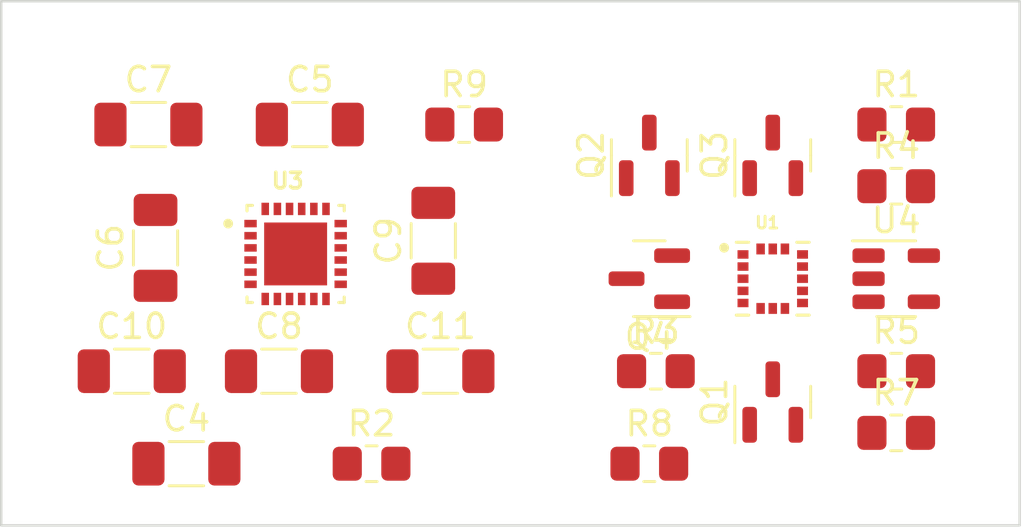
<source format=kicad_pcb>
(kicad_pcb (version 20221018) (generator pcbnew)
  (layers (0 "F.Cu" signal) (31 "B.Cu" signal) (34 "B.Paste" user) (35 "F.Paste" user) (36 "B.SilkS" user "B.Silkscreen") (37 "F.SilkS" user "F.Silkscreen") (38 "B.Mask" user) (39 "F.Mask" user) (44 "Edge.Cuts" user))
  (net 0 "")
  (net 1 "Net-(JP1-A)")
  (net 2 "Net-(JP4-A)")
  (net 3 "Net-(U3-V_DDD)")
  (net 4 "GND")
  (net 5 "Net-(U3-V_DDH)")
  (net 6 "Net-(U3-CP2)")
  (net 7 "Net-(U3-CP1)")
  (net 8 "Net-(U3-V_DDSW)")
  (net 9 "+1V5")
  (net 10 "Net-(U3-V_DD2X)")
  (net 11 "Net-(JP9-A)")
  (net 12 "/SDA_3V")
  (net 13 "Net-(Q1-D)")
  (net 14 "Net-(Q2-S)")
  (net 15 "Net-(Q2-D)")
  (net 16 "Net-(Q3-G)")
  (net 17 "+3V3")
  (net 18 "Net-(Q4-S)")
  (net 19 "/SDO")
  (net 20 "/INT2")
  (net 21 "/INT1")
  (net 27 "Net-(JP1-B)")
  (net 28 "Net-(JP4-B)")
  (net 29 "Net-(U3-P1.3{slash}SPI_STE...)")
  (net 30 "Net-(JP9-B)")
  (net 35 "Net-(J1-Pin_1)")
  (net 36 "Net-(J1-Pin_2)")
  (net 37 "Net-(J1-Pin_3)")
  (net 38 "Net-(J1-Pin_4)")
  (net 39 "VCC")
  (footprint "Capacitor_SMD:C_1206_3216Metric_Pad1.33x1.80mm_HandSolder" (layer "F.Cu") (at 147.32 110.49)
    (fp_text reference "C4" (at 0 -1.85) (layer "F.SilkS"))
    (fp_text value "8.2pF")
    (fp_line (start -0.711252 -0.91) (end 0.711252 -0.91) (stroke (width 0.12)) (layer "F.SilkS"))
    (fp_line (start -0.711252 0.91) (end 0.711252 0.91) (stroke (width 0.12)) (layer "F.SilkS"))
    (pad "1" smd roundrect (at -1.5625 0) (size 1.325 1.8) (layers "F.Cu" "F.Paste" "F.Mask") (roundrect_rratio 0.188679) (net 1 "Net-(JP1-A)"))
    (pad "2" smd roundrect (at 1.5625 0) (size 1.325 1.8) (layers "F.Cu" "F.Paste" "F.Mask") (roundrect_rratio 0.188679) (net 2 "Net-(JP4-A)"))
  )
  (footprint "Capacitor_SMD:C_1206_3216Metric_Pad1.33x1.80mm_HandSolder" (layer "F.Cu") (at 145.0725 106.68)
    (fp_text reference "C10" (at 0 -1.85) (layer "F.SilkS"))
    (fp_text value "100nF")
    (fp_line (start -0.711252 -0.91) (end 0.711252 -0.91) (stroke (width 0.12)) (layer "F.SilkS"))
    (fp_line (start -0.711252 0.91) (end 0.711252 0.91) (stroke (width 0.12)) (layer "F.SilkS"))
    (pad "1" smd roundrect (at -1.5625 0) (size 1.325 1.8) (layers "F.Cu" "F.Paste" "F.Mask") (roundrect_rratio 0.188679) (net 10 "Net-(U3-V_DD2X)"))
    (pad "2" smd roundrect (at 1.5625 0) (size 1.325 1.8) (layers "F.Cu" "F.Paste" "F.Mask") (roundrect_rratio 0.188679) (net 4 "GND"))
  )
  (footprint "Resistor_SMD:R_0805_2012Metric_Pad1.20x1.40mm_HandSolder" (layer "F.Cu") (at 176.53 96.52)
    (fp_text reference "R1" (at 0 -1.65) (layer "F.SilkS"))
    (fp_text value "10K")
    (fp_line (start -0.227064 -0.735) (end 0.227064 -0.735) (stroke (width 0.12)) (layer "F.SilkS"))
    (fp_line (start -0.227064 0.735) (end 0.227064 0.735) (stroke (width 0.12)) (layer "F.SilkS"))
    (pad "1" smd roundrect (at -1 0) (size 1.2 1.4) (layers "F.Cu" "F.Paste" "F.Mask") (roundrect_rratio 0.208333))
    (pad "2" smd roundrect (at 1 0) (size 1.2 1.4) (layers "F.Cu" "F.Paste" "F.Mask") (roundrect_rratio 0.208333))
  )
  (footprint "Resistor_SMD:R_0805_2012Metric_Pad1.20x1.40mm_HandSolder" (layer "F.Cu") (at 176.53 106.68)
    (fp_text reference "R5" (at 0 -1.65) (layer "F.SilkS"))
    (fp_text value "10K")
    (fp_line (start -0.227064 -0.735) (end 0.227064 -0.735) (stroke (width 0.12)) (layer "F.SilkS"))
    (fp_line (start -0.227064 0.735) (end 0.227064 0.735) (stroke (width 0.12)) (layer "F.SilkS"))
    (pad "1" smd roundrect (at -1 0) (size 1.2 1.4) (layers "F.Cu" "F.Paste" "F.Mask") (roundrect_rratio 0.208333))
    (pad "2" smd roundrect (at 1 0) (size 1.2 1.4) (layers "F.Cu" "F.Paste" "F.Mask") (roundrect_rratio 0.208333))
  )
  (footprint "Resistor_SMD:R_0805_2012Metric_Pad1.20x1.40mm_HandSolder" (layer "F.Cu") (at 154.94 110.49)
    (fp_text reference "R2" (at 0 -1.65) (layer "F.SilkS"))
    (fp_text value "6.1K")
    (fp_line (start -0.227064 -0.735) (end 0.227064 -0.735) (stroke (width 0.12)) (layer "F.SilkS"))
    (fp_line (start -0.227064 0.735) (end 0.227064 0.735) (stroke (width 0.12)) (layer "F.SilkS"))
    (pad "1" smd roundrect (at -1 0) (size 1.2 1.4) (layers "F.Cu" "F.Paste" "F.Mask") (roundrect_rratio 0.208333))
    (pad "2" smd roundrect (at 1 0) (size 1.2 1.4) (layers "F.Cu" "F.Paste" "F.Mask") (roundrect_rratio 0.208333))
  )
  (footprint "Capacitor_SMD:C_1206_3216Metric_Pad1.33x1.80mm_HandSolder" (layer "F.Cu") (at 152.4 96.52)
    (fp_text reference "C5" (at 0 -1.85) (layer "F.SilkS"))
    (fp_text value "100nF")
    (fp_line (start -0.711252 -0.91) (end 0.711252 -0.91) (stroke (width 0.12)) (layer "F.SilkS"))
    (fp_line (start -0.711252 0.91) (end 0.711252 0.91) (stroke (width 0.12)) (layer "F.SilkS"))
    (pad "1" smd roundrect (at -1.5625 0) (size 1.325 1.8) (layers "F.Cu" "F.Paste" "F.Mask") (roundrect_rratio 0.188679) (net 3 "Net-(U3-V_DDD)"))
    (pad "2" smd roundrect (at 1.5625 0) (size 1.325 1.8) (layers "F.Cu" "F.Paste" "F.Mask") (roundrect_rratio 0.188679) (net 4 "GND"))
  )
  (footprint "Resistor_SMD:R_0805_2012Metric_Pad1.20x1.40mm_HandSolder" (layer "F.Cu") (at 176.53 99.06)
    (fp_text reference "R4" (at 0 -1.65) (layer "F.SilkS"))
    (fp_text value "10K")
    (fp_line (start -0.227064 -0.735) (end 0.227064 -0.735) (stroke (width 0.12)) (layer "F.SilkS"))
    (fp_line (start -0.227064 0.735) (end 0.227064 0.735) (stroke (width 0.12)) (layer "F.SilkS"))
    (pad "1" smd roundrect (at -1 0) (size 1.2 1.4) (layers "F.Cu" "F.Paste" "F.Mask") (roundrect_rratio 0.208333))
    (pad "2" smd roundrect (at 1 0) (size 1.2 1.4) (layers "F.Cu" "F.Paste" "F.Mask") (roundrect_rratio 0.208333))
  )
  (footprint "Capacitor_SMD:C_1206_3216Metric_Pad1.33x1.80mm_HandSolder" (layer "F.Cu") (at 151.13 106.68)
    (fp_text reference "C8" (at 0 -1.85) (layer "F.SilkS"))
    (fp_text value "10nF")
    (fp_line (start -0.711252 -0.91) (end 0.711252 -0.91) (stroke (width 0.12)) (layer "F.SilkS"))
    (fp_line (start -0.711252 0.91) (end 0.711252 0.91) (stroke (width 0.12)) (layer "F.SilkS"))
    (pad "1" smd roundrect (at -1.5625 0) (size 1.325 1.8) (layers "F.Cu" "F.Paste" "F.Mask") (roundrect_rratio 0.188679) (net 8 "Net-(U3-V_DDSW)"))
    (pad "2" smd roundrect (at 1.5625 0) (size 1.325 1.8) (layers "F.Cu" "F.Paste" "F.Mask") (roundrect_rratio 0.188679) (net 4 "GND"))
  )
  (footprint "Package_TO_SOT_SMD:SOT-23-5" (layer "F.Cu") (at 176.53 102.87)
    (fp_text reference "U4" (at 0 -2.4) (layer "F.SilkS"))
    (fp_text value "AP2112K-3.3")
    (fp_line (start 0 -1.56) (end -1.8 -1.56) (stroke (width 0.12)) (layer "F.SilkS"))
    (fp_line (start 0 -1.56) (end 0.8 -1.56) (stroke (width 0.12)) (layer "F.SilkS"))
    (fp_line (start 0 1.56) (end -0.8 1.56) (stroke (width 0.12)) (layer "F.SilkS"))
    (fp_line (start 0 1.56) (end 0.8 1.56) (stroke (width 0.12)) (layer "F.SilkS"))
    (pad "1" smd roundrect (at -1.1375 -0.95) (size 1.325 0.6) (layers "F.Cu" "F.Paste" "F.Mask") (net 39 "VCC"))
    (pad "2" smd roundrect (at -1.1375 0) (size 1.325 0.6) (layers "F.Cu" "F.Paste" "F.Mask") (net 4 "GND"))
    (pad "3" smd roundrect (at -1.1375 0.95) (size 1.325 0.6) (layers "F.Cu" "F.Paste" "F.Mask") (net 39 "VCC"))
    (pad "4" smd roundrect (at 1.1375 0.95) (size 1.325 0.6) (layers "F.Cu" "F.Paste" "F.Mask"))
    (pad "5" smd roundrect (at 1.1375 -0.95) (size 1.325 0.6) (layers "F.Cu" "F.Paste" "F.Mask") (net 17 "+3V3"))
  )
  (footprint "Resistor_SMD:R_0805_2012Metric_Pad1.20x1.40mm_HandSolder" (layer "F.Cu") (at 166.37 110.49)
    (fp_text reference "R8" (at 0 -1.65) (layer "F.SilkS"))
    (fp_text value "10K")
    (fp_line (start -0.227064 -0.735) (end 0.227064 -0.735) (stroke (width 0.12)) (layer "F.SilkS"))
    (fp_line (start -0.227064 0.735) (end 0.227064 0.735) (stroke (width 0.12)) (layer "F.SilkS"))
    (pad "1" smd roundrect (at -1 0) (size 1.2 1.4) (layers "F.Cu" "F.Paste" "F.Mask") (roundrect_rratio 0.208333))
    (pad "2" smd roundrect (at 1 0) (size 1.2 1.4) (layers "F.Cu" "F.Paste" "F.Mask") (roundrect_rratio 0.208333))
  )
  (footprint "Capacitor_SMD:C_1206_3216Metric_Pad1.33x1.80mm_HandSolder" (layer "F.Cu") (at 145.7575 96.52)
    (fp_text reference "C7" (at 0 -1.85) (layer "F.SilkS"))
    (fp_text value "10nF")
    (fp_line (start -0.711252 -0.91) (end 0.711252 -0.91) (stroke (width 0.12)) (layer "F.SilkS"))
    (fp_line (start -0.711252 0.91) (end 0.711252 0.91) (stroke (width 0.12)) (layer "F.SilkS"))
    (pad "1" smd roundrect (at -1.5625 0) (size 1.325 1.8) (layers "F.Cu" "F.Paste" "F.Mask") (roundrect_rratio 0.188679) (net 6 "Net-(U3-CP2)"))
    (pad "2" smd roundrect (at 1.5625 0) (size 1.325 1.8) (layers "F.Cu" "F.Paste" "F.Mask") (roundrect_rratio 0.188679) (net 7 "Net-(U3-CP1)"))
  )
  (footprint "for_school:QFN50P400X400X100-25N" (layer "F.Cu") (at 151.815 101.85)
    (fp_text reference "U3" (at -0.328 -3.0114) (layer "F.SilkS") (effects (font (size 0.64 0.64))))
    (fp_text value "~")
    (fp_line (start -2 -2) (end -2 -1.775) (stroke (width 0.127)) (layer "F.SilkS"))
    (fp_line (start -2 -2) (end -1.775 -2) (stroke (width 0.127)) (layer "F.SilkS"))
    (fp_line (start -2 2) (end -2 1.775) (stroke (width 0.127)) (layer "F.SilkS"))
    (fp_line (start -2 2) (end -1.775 2) (stroke (width 0.127)) (layer "F.SilkS"))
    (fp_line (start 2 -2) (end 1.775 -2) (stroke (width 0.127)) (layer "F.SilkS"))
    (fp_line (start 2 -2) (end 2 -1.775) (stroke (width 0.127)) (layer "F.SilkS"))
    (fp_line (start 2 2) (end 1.775 2) (stroke (width 0.127)) (layer "F.SilkS"))
    (fp_line (start 2 2) (end 2 1.775) (stroke (width 0.127)) (layer "F.SilkS"))
    (fp_circle (center -2.775 -1.25) (end -2.675 -1.25) (stroke (width 0.2)) (fill none) (layer "F.SilkS"))
    (pad "1" smd rect (at -1.855 -1.25) (size 0.51 0.31) (layers "F.Cu" "F.Paste") (net 27 "Net-(JP1-B)"))
    (pad "2" smd rect (at -1.855 -0.75) (size 0.51 0.31) (layers "F.Cu" "F.Paste") (net 28 "Net-(JP4-B)"))
    (pad "3" smd rect (at -1.855 -0.25) (size 0.51 0.31) (layers "F.Cu" "F.Paste") (net 8 "Net-(U3-V_DDSW)"))
    (pad "4" smd rect (at -1.855 0.25) (size 0.51 0.31) (layers "F.Cu" "F.Paste") (net 9 "+1V5"))
    (pad "5" smd rect (at -1.855 0.75) (size 0.51 0.31) (layers "F.Cu" "F.Paste") (net 7 "Net-(U3-CP1)"))
    (pad "6" smd rect (at -1.855 1.25) (size 0.51 0.31) (layers "F.Cu" "F.Paste") (net 6 "Net-(U3-CP2)"))
    (pad "7" smd rect (at -1.25 1.855) (size 0.31 0.51) (layers "F.Cu" "F.Paste") (net 10 "Net-(U3-V_DD2X)"))
    (pad "8" smd rect (at -0.75 1.855) (size 0.31 0.51) (layers "F.Cu" "F.Paste") (net 29 "Net-(U3-P1.3{slash}SPI_STE...)"))
    (pad "9" smd rect (at -0.25 1.855) (size 0.31 0.51) (layers "F.Cu" "F.Paste") (net 15 "Net-(Q2-D)"))
    (pad "10" smd rect (at 0.25 1.855) (size 0.31 0.51) (layers "F.Cu" "F.Paste") (net 30 "Net-(JP9-B)"))
    (pad "11" smd rect (at 0.75 1.855) (size 0.31 0.51) (layers "F.Cu" "F.Paste") (net 18 "Net-(Q4-S)"))
    (pad "12" smd rect (at 1.25 1.855) (size 0.31 0.51) (layers "F.Cu" "F.Paste") (net 13 "Net-(Q1-D)"))
    (pad "13" smd rect (at 1.855 1.25) (size 0.51 0.31) (layers "F.Cu" "F.Paste"))
    (pad "14" smd rect (at 1.855 0.75) (size 0.51 0.31) (layers "F.Cu" "F.Paste") (net 4 "GND"))
    (pad "15" smd rect (at 1.855 0.25) (size 0.51 0.31) (layers "F.Cu" "F.Paste"))
    (pad "16" smd rect (at 1.855 -0.25) (size 0.51 0.31) (layers "F.Cu" "F.Paste") (net 4 "GND"))
    (pad "17" smd rect (at 1.855 -0.75) (size 0.51 0.31) (layers "F.Cu" "F.Paste"))
    (pad "18" smd rect (at 1.855 -1.25) (size 0.51 0.31) (layers "F.Cu" "F.Paste"))
    (pad "19" smd rect (at 1.25 -1.855) (size 0.31 0.51) (layers "F.Cu" "F.Paste") (net 35 "Net-(J1-Pin_1)"))
    (pad "20" smd rect (at 0.75 -1.855) (size 0.31 0.51) (layers "F.Cu" "F.Paste") (net 36 "Net-(J1-Pin_2)"))
    (pad "21" smd rect (at 0.25 -1.855) (size 0.31 0.51) (layers "F.Cu" "F.Paste") (net 37 "Net-(J1-Pin_3)"))
    (pad "22" smd rect (at -0.25 -1.855) (size 0.31 0.51) (layers "F.Cu" "F.Paste") (net 38 "Net-(J1-Pin_4)"))
    (pad "23" smd rect (at -0.75 -1.855) (size 0.31 0.51) (layers "F.Cu" "F.Paste") (net 5 "Net-(U3-V_DDH)"))
    (pad "24" smd rect (at -1.25 -1.855) (size 0.31 0.51) (layers "F.Cu" "F.Paste") (net 3 "Net-(U3-V_DDD)"))
    (pad "25" smd rect (at 0 0) (size 2.59 2.59) (layers "F.Cu") (net 4 "GND"))
  )
  (footprint "Resistor_SMD:R_0805_2012Metric_Pad1.20x1.40mm_HandSolder" (layer "F.Cu") (at 158.75 96.52)
    (fp_text reference "R9" (at 0 -1.65) (layer "F.SilkS"))
    (fp_text value "10K")
    (fp_line (start -0.227064 -0.735) (end 0.227064 -0.735) (stroke (width 0.12)) (layer "F.SilkS"))
    (fp_line (start -0.227064 0.735) (end 0.227064 0.735) (stroke (width 0.12)) (layer "F.SilkS"))
    (pad "1" smd roundrect (at -1 0) (size 1.2 1.4) (layers "F.Cu" "F.Paste" "F.Mask") (roundrect_rratio 0.208333))
    (pad "2" smd roundrect (at 1 0) (size 1.2 1.4) (layers "F.Cu" "F.Paste" "F.Mask") (roundrect_rratio 0.208333))
  )
  (footprint "Resistor_SMD:R_0805_2012Metric_Pad1.20x1.40mm_HandSolder" (layer "F.Cu") (at 176.53 109.22)
    (fp_text reference "R7" (at 0 -1.65) (layer "F.SilkS"))
    (fp_text value "10K")
    (fp_line (start -0.227064 -0.735) (end 0.227064 -0.735) (stroke (width 0.12)) (layer "F.SilkS"))
    (fp_line (start -0.227064 0.735) (end 0.227064 0.735) (stroke (width 0.12)) (layer "F.SilkS"))
    (pad "1" smd roundrect (at -1 0) (size 1.2 1.4) (layers "F.Cu" "F.Paste" "F.Mask") (roundrect_rratio 0.208333))
    (pad "2" smd roundrect (at 1 0) (size 1.2 1.4) (layers "F.Cu" "F.Paste" "F.Mask") (roundrect_rratio 0.208333))
  )
  (footprint "Capacitor_SMD:C_1206_3216Metric_Pad1.33x1.80mm_HandSolder" (layer "F.Cu") (at 146.05 101.6 90)
    (fp_text reference "C6" (at 0 -1.85 90) (layer "F.SilkS"))
    (fp_text value "100nF")
    (fp_line (start -0.711252 -0.91) (end 0.711252 -0.91) (stroke (width 0.12)) (layer "F.SilkS"))
    (fp_line (start -0.711252 0.91) (end 0.711252 0.91) (stroke (width 0.12)) (layer "F.SilkS"))
    (pad "1" smd roundrect (at -1.5625 0 90) (size 1.325 1.8) (layers "F.Cu" "F.Paste" "F.Mask") (roundrect_rratio 0.188679) (net 4 "GND"))
    (pad "2" smd roundrect (at 1.5625 0 90) (size 1.325 1.8) (layers "F.Cu" "F.Paste" "F.Mask") (roundrect_rratio 0.188679) (net 5 "Net-(U3-V_DDH)"))
  )
  (footprint "Package_TO_SOT_SMD:SOT-23" (layer "F.Cu") (at 171.45 107.95 90)
    (fp_text reference "Q1" (at 0 -2.4 90) (layer "F.SilkS"))
    (fp_text value "BSS138")
    (fp_line (start 0 -1.56) (end -1.675 -1.56) (stroke (width 0.12)) (layer "F.SilkS"))
    (fp_line (start 0 -1.56) (end 0.65 -1.56) (stroke (width 0.12)) (layer "F.SilkS"))
    (fp_line (start 0 1.56) (end -0.65 1.56) (stroke (width 0.12)) (layer "F.SilkS"))
    (fp_line (start 0 1.56) (end 0.65 1.56) (stroke (width 0.12)) (layer "F.SilkS"))
    (pad "1" smd roundrect (at -0.9375 -0.95 90) (size 1.475 0.6) (layers "F.Cu" "F.Paste" "F.Mask") (net 9 "+1V5"))
    (pad "2" smd roundrect (at -0.9375 0.95 90) (size 1.475 0.6) (layers "F.Cu" "F.Paste" "F.Mask") (net 12 "/SDA_3V"))
    (pad "3" smd roundrect (at 0.9375 0 90) (size 1.475 0.6) (layers "F.Cu" "F.Paste" "F.Mask") (net 13 "Net-(Q1-D)"))
  )
  (footprint "for_school:XDCR_LIS3DHTR" (layer "F.Cu") (at 171.45 102.87)
    (fp_text reference "U1" (at -0.226115 -2.306069) (layer "F.SilkS") (effects (font (size 0.480266 0.480266))))
    (fp_text value "LIS3DHTR")
    (fp_line (start -1.5 1.5) (end -0.99 1.5) (stroke (width 0.127)) (layer "F.SilkS"))
    (fp_line (start -0.99 -1.5) (end -1.5 -1.5) (stroke (width 0.127)) (layer "F.SilkS"))
    (fp_line (start 0.99 -1.5) (end 1.5 -1.5) (stroke (width 0.127)) (layer "F.SilkS"))
    (fp_line (start 0.99 1.5) (end 1.5 1.5) (stroke (width 0.127)) (layer "F.SilkS"))
    (fp_circle (center -2 -1.275) (end -1.9 -1.275) (stroke (width 0.2)) (fill none) (layer "F.SilkS"))
    (pad "1" smd rect (at -1.225 -1 180) (size 0.45 0.35) (layers "F.Cu") (net 17 "+3V3"))
    (pad "2" smd rect (at -1.225 -0.5 180) (size 0.45 0.35) (layers "F.Cu"))
    (pad "3" smd rect (at -1.225 0 180) (size 0.45 0.35) (layers "F.Cu"))
    (pad "4" smd rect (at -1.225 0.5 180) (size 0.45 0.35) (layers "F.Cu") (net 14 "Net-(Q2-S)"))
    (pad "5" smd rect (at -1.225 1 180) (size 0.45 0.35) (layers "F.Cu") (net 4 "GND"))
    (pad "6" smd rect (at -0.5 1.225 90) (size 0.45 0.35) (layers "F.Cu") (net 12 "/SDA_3V"))
    (pad "7" smd rect (at 0 1.225 90) (size 0.45 0.35) (layers "F.Cu") (net 19 "/SDO"))
    (pad "8" smd rect (at 0.5 1.225 90) (size 0.45 0.35) (layers "F.Cu") (net 4 "GND"))
    (pad "9" smd rect (at 1.225 1) (size 0.45 0.35) (layers "F.Cu") (net 20 "/INT2"))
    (pad "10" smd rect (at 1.225 0.5) (size 0.45 0.35) (layers "F.Cu") (net 4 "GND"))
    (pad "11" smd rect (at 1.225 0) (size 0.45 0.35) (layers "F.Cu") (net 21 "/INT1"))
    (pad "12" smd rect (at 1.225 -0.5) (size 0.45 0.35) (layers "F.Cu") (net 4 "GND"))
    (pad "13" smd rect (at 1.225 -1) (size 0.45 0.35) (layers "F.Cu"))
    (pad "14" smd rect (at 0.5 -1.225 90) (size 0.45 0.35) (layers "F.Cu") (net 17 "+3V3"))
    (pad "15" smd rect (at 0 -1.225 90) (size 0.45 0.35) (layers "F.Cu"))
    (pad "16" smd rect (at -0.5 -1.225 90) (size 0.45 0.35) (layers "F.Cu"))
  )
  (footprint "Package_TO_SOT_SMD:SOT-23" (layer "F.Cu") (at 171.45 97.79 90)
    (fp_text reference "Q3" (at 0 -2.4 90) (layer "F.SilkS"))
    (fp_text value "BSS138")
    (fp_line (start 0 -1.56) (end -1.675 -1.56) (stroke (width 0.12)) (layer "F.SilkS"))
    (fp_line (start 0 -1.56) (end 0.65 -1.56) (stroke (width 0.12)) (layer "F.SilkS"))
    (fp_line (start 0 1.56) (end -0.65 1.56) (stroke (width 0.12)) (layer "F.SilkS"))
    (fp_line (start 0 1.56) (end 0.65 1.56) (stroke (width 0.12)) (layer "F.SilkS"))
    (pad "1" smd roundrect (at -0.9375 -0.95 90) (size 1.475 0.6) (layers "F.Cu" "F.Paste" "F.Mask") (net 16 "Net-(Q3-G)"))
    (pad "2" smd roundrect (at -0.9375 0.95 90) (size 1.475 0.6) (layers "F.Cu" "F.Paste" "F.Mask") (net 17 "+3V3"))
    (pad "3" smd roundrect (at 0.9375 0 90) (size 1.475 0.6) (layers "F.Cu" "F.Paste" "F.Mask") (net 9 "+1V5"))
  )
  (footprint "Package_TO_SOT_SMD:SOT-23" (layer "F.Cu") (at 166.37 97.79 90)
    (fp_text reference "Q2" (at 0 -2.4 90) (layer "F.SilkS"))
    (fp_text value "BSS138")
    (fp_line (start 0 -1.56) (end -1.675 -1.56) (stroke (width 0.12)) (layer "F.SilkS"))
    (fp_line (start 0 -1.56) (end 0.65 -1.56) (stroke (width 0.12)) (layer "F.SilkS"))
    (fp_line (start 0 1.56) (end -0.65 1.56) (stroke (width 0.12)) (layer "F.SilkS"))
    (fp_line (start 0 1.56) (end 0.65 1.56) (stroke (width 0.12)) (layer "F.SilkS"))
    (pad "1" smd roundrect (at -0.9375 -0.95 90) (size 1.475 0.6) (layers "F.Cu" "F.Paste" "F.Mask") (net 9 "+1V5"))
    (pad "2" smd roundrect (at -0.9375 0.95 90) (size 1.475 0.6) (layers "F.Cu" "F.Paste" "F.Mask") (net 14 "Net-(Q2-S)"))
    (pad "3" smd roundrect (at 0.9375 0 90) (size 1.475 0.6) (layers "F.Cu" "F.Paste" "F.Mask") (net 15 "Net-(Q2-D)"))
  )
  (footprint "Capacitor_SMD:C_1206_3216Metric_Pad1.33x1.80mm_HandSolder" (layer "F.Cu") (at 157.7725 106.68)
    (fp_text reference "C11" (at 0 -1.85) (layer "F.SilkS"))
    (fp_text value "10nF")
    (fp_line (start -0.711252 -0.91) (end 0.711252 -0.91) (stroke (width 0.12)) (layer "F.SilkS"))
    (fp_line (start -0.711252 0.91) (end 0.711252 0.91) (stroke (width 0.12)) (layer "F.SilkS"))
    (pad "1" smd roundrect (at -1.5625 0) (size 1.325 1.8) (layers "F.Cu" "F.Paste" "F.Mask") (roundrect_rratio 0.188679) (net 11 "Net-(JP9-A)"))
    (pad "2" smd roundrect (at 1.5625 0) (size 1.325 1.8) (layers "F.Cu" "F.Paste" "F.Mask") (roundrect_rratio 0.188679) (net 4 "GND"))
  )
  (footprint "Package_TO_SOT_SMD:SOT-23" (layer "F.Cu") (at 166.37 102.87 180)
    (fp_text reference "Q4" (at 0 -2.4) (layer "F.SilkS"))
    (fp_text value "BSS138")
    (fp_line (start 0 -1.56) (end -1.675 -1.56) (stroke (width 0.12)) (layer "F.SilkS"))
    (fp_line (start 0 -1.56) (end 0.65 -1.56) (stroke (width 0.12)) (layer "F.SilkS"))
    (fp_line (start 0 1.56) (end -0.65 1.56) (stroke (width 0.12)) (layer "F.SilkS"))
    (fp_line (start 0 1.56) (end 0.65 1.56) (stroke (width 0.12)) (layer "F.SilkS"))
    (pad "1" smd roundrect (at -0.9375 -0.95 180) (size 1.475 0.6) (layers "F.Cu" "F.Paste" "F.Mask") (net 9 "+1V5"))
    (pad "2" smd roundrect (at -0.9375 0.95 180) (size 1.475 0.6) (layers "F.Cu" "F.Paste" "F.Mask") (net 18 "Net-(Q4-S)"))
    (pad "3" smd roundrect (at 0.9375 0 180) (size 1.475 0.6) (layers "F.Cu" "F.Paste" "F.Mask") (net 19 "/SDO"))
  )
  (footprint "Capacitor_SMD:C_1206_3216Metric_Pad1.33x1.80mm_HandSolder" (layer "F.Cu") (at 157.48 101.3075 90)
    (fp_text reference "C9" (at 0 -1.85 90) (layer "F.SilkS"))
    (fp_text value "10nF")
    (fp_line (start -0.711252 -0.91) (end 0.711252 -0.91) (stroke (width 0.12)) (layer "F.SilkS"))
    (fp_line (start -0.711252 0.91) (end 0.711252 0.91) (stroke (width 0.12)) (layer "F.SilkS"))
    (pad "1" smd roundrect (at -1.5625 0 90) (size 1.325 1.8) (layers "F.Cu" "F.Paste" "F.Mask") (roundrect_rratio 0.188679) (net 4 "GND"))
    (pad "2" smd roundrect (at 1.5625 0 90) (size 1.325 1.8) (layers "F.Cu" "F.Paste" "F.Mask") (roundrect_rratio 0.188679) (net 9 "+1V5"))
  )
  (footprint "Resistor_SMD:R_0805_2012Metric_Pad1.20x1.40mm_HandSolder" (layer "F.Cu") (at 166.64 106.68)
    (fp_text reference "R3" (at 0 -1.65) (layer "F.SilkS"))
    (fp_text value "10K")
    (fp_line (start -0.227064 -0.735) (end 0.227064 -0.735) (stroke (width 0.12)) (layer "F.SilkS"))
    (fp_line (start -0.227064 0.735) (end 0.227064 0.735) (stroke (width 0.12)) (layer "F.SilkS"))
    (pad "1" smd roundrect (at -1 0) (size 1.2 1.4) (layers "F.Cu" "F.Paste" "F.Mask") (roundrect_rratio 0.208333) (net 9 "+1V5"))
    (pad "2" smd roundrect (at 1 0) (size 1.2 1.4) (layers "F.Cu" "F.Paste" "F.Mask") (roundrect_rratio 0.208333))
  )
  (gr_rect (start 139.7 91.44) (end 181.61 113.03) (stroke (width 0.1)) (fill none) (layer "Edge.Cuts"))
)
</source>
